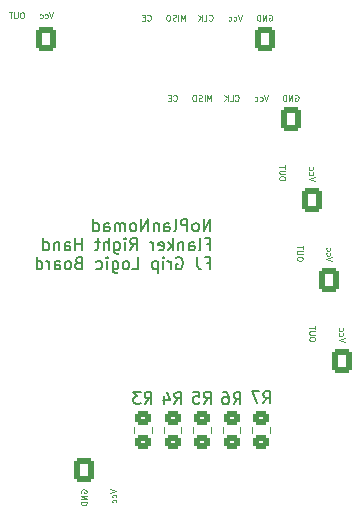
<source format=gbo>
%TF.GenerationSoftware,KiCad,Pcbnew,7.0.9*%
%TF.CreationDate,2023-12-16T21:13:00+01:00*%
%TF.ProjectId,RH_GripLogicBoard_FreeJoy,52485f47-7269-4704-9c6f-676963426f61,rev?*%
%TF.SameCoordinates,Original*%
%TF.FileFunction,Legend,Bot*%
%TF.FilePolarity,Positive*%
%FSLAX46Y46*%
G04 Gerber Fmt 4.6, Leading zero omitted, Abs format (unit mm)*
G04 Created by KiCad (PCBNEW 7.0.9) date 2023-12-16 21:13:00*
%MOMM*%
%LPD*%
G01*
G04 APERTURE LIST*
G04 Aperture macros list*
%AMRoundRect*
0 Rectangle with rounded corners*
0 $1 Rounding radius*
0 $2 $3 $4 $5 $6 $7 $8 $9 X,Y pos of 4 corners*
0 Add a 4 corners polygon primitive as box body*
4,1,4,$2,$3,$4,$5,$6,$7,$8,$9,$2,$3,0*
0 Add four circle primitives for the rounded corners*
1,1,$1+$1,$2,$3*
1,1,$1+$1,$4,$5*
1,1,$1+$1,$6,$7*
1,1,$1+$1,$8,$9*
0 Add four rect primitives between the rounded corners*
20,1,$1+$1,$2,$3,$4,$5,0*
20,1,$1+$1,$4,$5,$6,$7,0*
20,1,$1+$1,$6,$7,$8,$9,0*
20,1,$1+$1,$8,$9,$2,$3,0*%
G04 Aperture macros list end*
%ADD10C,0.150000*%
%ADD11C,0.075000*%
%ADD12C,0.100000*%
%ADD13C,0.120000*%
%ADD14RoundRect,0.250000X-0.600000X-0.725000X0.600000X-0.725000X0.600000X0.725000X-0.600000X0.725000X0*%
%ADD15O,1.700000X1.950000*%
%ADD16RoundRect,0.250000X0.600000X0.725000X-0.600000X0.725000X-0.600000X-0.725000X0.600000X-0.725000X0*%
%ADD17C,2.200000*%
%ADD18RoundRect,0.250000X0.600000X0.750000X-0.600000X0.750000X-0.600000X-0.750000X0.600000X-0.750000X0*%
%ADD19O,1.700000X2.000000*%
%ADD20RoundRect,0.250000X0.450000X-0.350000X0.450000X0.350000X-0.450000X0.350000X-0.450000X-0.350000X0*%
G04 APERTURE END LIST*
D10*
X44603220Y-35289819D02*
X44603220Y-34289819D01*
X44603220Y-34289819D02*
X44031792Y-35289819D01*
X44031792Y-35289819D02*
X44031792Y-34289819D01*
X43412744Y-35289819D02*
X43507982Y-35242200D01*
X43507982Y-35242200D02*
X43555601Y-35194580D01*
X43555601Y-35194580D02*
X43603220Y-35099342D01*
X43603220Y-35099342D02*
X43603220Y-34813628D01*
X43603220Y-34813628D02*
X43555601Y-34718390D01*
X43555601Y-34718390D02*
X43507982Y-34670771D01*
X43507982Y-34670771D02*
X43412744Y-34623152D01*
X43412744Y-34623152D02*
X43269887Y-34623152D01*
X43269887Y-34623152D02*
X43174649Y-34670771D01*
X43174649Y-34670771D02*
X43127030Y-34718390D01*
X43127030Y-34718390D02*
X43079411Y-34813628D01*
X43079411Y-34813628D02*
X43079411Y-35099342D01*
X43079411Y-35099342D02*
X43127030Y-35194580D01*
X43127030Y-35194580D02*
X43174649Y-35242200D01*
X43174649Y-35242200D02*
X43269887Y-35289819D01*
X43269887Y-35289819D02*
X43412744Y-35289819D01*
X42650839Y-35289819D02*
X42650839Y-34289819D01*
X42650839Y-34289819D02*
X42269887Y-34289819D01*
X42269887Y-34289819D02*
X42174649Y-34337438D01*
X42174649Y-34337438D02*
X42127030Y-34385057D01*
X42127030Y-34385057D02*
X42079411Y-34480295D01*
X42079411Y-34480295D02*
X42079411Y-34623152D01*
X42079411Y-34623152D02*
X42127030Y-34718390D01*
X42127030Y-34718390D02*
X42174649Y-34766009D01*
X42174649Y-34766009D02*
X42269887Y-34813628D01*
X42269887Y-34813628D02*
X42650839Y-34813628D01*
X41507982Y-35289819D02*
X41603220Y-35242200D01*
X41603220Y-35242200D02*
X41650839Y-35146961D01*
X41650839Y-35146961D02*
X41650839Y-34289819D01*
X40698458Y-35289819D02*
X40698458Y-34766009D01*
X40698458Y-34766009D02*
X40746077Y-34670771D01*
X40746077Y-34670771D02*
X40841315Y-34623152D01*
X40841315Y-34623152D02*
X41031791Y-34623152D01*
X41031791Y-34623152D02*
X41127029Y-34670771D01*
X40698458Y-35242200D02*
X40793696Y-35289819D01*
X40793696Y-35289819D02*
X41031791Y-35289819D01*
X41031791Y-35289819D02*
X41127029Y-35242200D01*
X41127029Y-35242200D02*
X41174648Y-35146961D01*
X41174648Y-35146961D02*
X41174648Y-35051723D01*
X41174648Y-35051723D02*
X41127029Y-34956485D01*
X41127029Y-34956485D02*
X41031791Y-34908866D01*
X41031791Y-34908866D02*
X40793696Y-34908866D01*
X40793696Y-34908866D02*
X40698458Y-34861247D01*
X40222267Y-34623152D02*
X40222267Y-35289819D01*
X40222267Y-34718390D02*
X40174648Y-34670771D01*
X40174648Y-34670771D02*
X40079410Y-34623152D01*
X40079410Y-34623152D02*
X39936553Y-34623152D01*
X39936553Y-34623152D02*
X39841315Y-34670771D01*
X39841315Y-34670771D02*
X39793696Y-34766009D01*
X39793696Y-34766009D02*
X39793696Y-35289819D01*
X39317505Y-35289819D02*
X39317505Y-34289819D01*
X39317505Y-34289819D02*
X38746077Y-35289819D01*
X38746077Y-35289819D02*
X38746077Y-34289819D01*
X38127029Y-35289819D02*
X38222267Y-35242200D01*
X38222267Y-35242200D02*
X38269886Y-35194580D01*
X38269886Y-35194580D02*
X38317505Y-35099342D01*
X38317505Y-35099342D02*
X38317505Y-34813628D01*
X38317505Y-34813628D02*
X38269886Y-34718390D01*
X38269886Y-34718390D02*
X38222267Y-34670771D01*
X38222267Y-34670771D02*
X38127029Y-34623152D01*
X38127029Y-34623152D02*
X37984172Y-34623152D01*
X37984172Y-34623152D02*
X37888934Y-34670771D01*
X37888934Y-34670771D02*
X37841315Y-34718390D01*
X37841315Y-34718390D02*
X37793696Y-34813628D01*
X37793696Y-34813628D02*
X37793696Y-35099342D01*
X37793696Y-35099342D02*
X37841315Y-35194580D01*
X37841315Y-35194580D02*
X37888934Y-35242200D01*
X37888934Y-35242200D02*
X37984172Y-35289819D01*
X37984172Y-35289819D02*
X38127029Y-35289819D01*
X37365124Y-35289819D02*
X37365124Y-34623152D01*
X37365124Y-34718390D02*
X37317505Y-34670771D01*
X37317505Y-34670771D02*
X37222267Y-34623152D01*
X37222267Y-34623152D02*
X37079410Y-34623152D01*
X37079410Y-34623152D02*
X36984172Y-34670771D01*
X36984172Y-34670771D02*
X36936553Y-34766009D01*
X36936553Y-34766009D02*
X36936553Y-35289819D01*
X36936553Y-34766009D02*
X36888934Y-34670771D01*
X36888934Y-34670771D02*
X36793696Y-34623152D01*
X36793696Y-34623152D02*
X36650839Y-34623152D01*
X36650839Y-34623152D02*
X36555600Y-34670771D01*
X36555600Y-34670771D02*
X36507981Y-34766009D01*
X36507981Y-34766009D02*
X36507981Y-35289819D01*
X35603220Y-35289819D02*
X35603220Y-34766009D01*
X35603220Y-34766009D02*
X35650839Y-34670771D01*
X35650839Y-34670771D02*
X35746077Y-34623152D01*
X35746077Y-34623152D02*
X35936553Y-34623152D01*
X35936553Y-34623152D02*
X36031791Y-34670771D01*
X35603220Y-35242200D02*
X35698458Y-35289819D01*
X35698458Y-35289819D02*
X35936553Y-35289819D01*
X35936553Y-35289819D02*
X36031791Y-35242200D01*
X36031791Y-35242200D02*
X36079410Y-35146961D01*
X36079410Y-35146961D02*
X36079410Y-35051723D01*
X36079410Y-35051723D02*
X36031791Y-34956485D01*
X36031791Y-34956485D02*
X35936553Y-34908866D01*
X35936553Y-34908866D02*
X35698458Y-34908866D01*
X35698458Y-34908866D02*
X35603220Y-34861247D01*
X34698458Y-35289819D02*
X34698458Y-34289819D01*
X34698458Y-35242200D02*
X34793696Y-35289819D01*
X34793696Y-35289819D02*
X34984172Y-35289819D01*
X34984172Y-35289819D02*
X35079410Y-35242200D01*
X35079410Y-35242200D02*
X35127029Y-35194580D01*
X35127029Y-35194580D02*
X35174648Y-35099342D01*
X35174648Y-35099342D02*
X35174648Y-34813628D01*
X35174648Y-34813628D02*
X35127029Y-34718390D01*
X35127029Y-34718390D02*
X35079410Y-34670771D01*
X35079410Y-34670771D02*
X34984172Y-34623152D01*
X34984172Y-34623152D02*
X34793696Y-34623152D01*
X34793696Y-34623152D02*
X34698458Y-34670771D01*
X44269887Y-36376009D02*
X44603220Y-36376009D01*
X44603220Y-36899819D02*
X44603220Y-35899819D01*
X44603220Y-35899819D02*
X44127030Y-35899819D01*
X43603220Y-36899819D02*
X43698458Y-36852200D01*
X43698458Y-36852200D02*
X43746077Y-36756961D01*
X43746077Y-36756961D02*
X43746077Y-35899819D01*
X42793696Y-36899819D02*
X42793696Y-36376009D01*
X42793696Y-36376009D02*
X42841315Y-36280771D01*
X42841315Y-36280771D02*
X42936553Y-36233152D01*
X42936553Y-36233152D02*
X43127029Y-36233152D01*
X43127029Y-36233152D02*
X43222267Y-36280771D01*
X42793696Y-36852200D02*
X42888934Y-36899819D01*
X42888934Y-36899819D02*
X43127029Y-36899819D01*
X43127029Y-36899819D02*
X43222267Y-36852200D01*
X43222267Y-36852200D02*
X43269886Y-36756961D01*
X43269886Y-36756961D02*
X43269886Y-36661723D01*
X43269886Y-36661723D02*
X43222267Y-36566485D01*
X43222267Y-36566485D02*
X43127029Y-36518866D01*
X43127029Y-36518866D02*
X42888934Y-36518866D01*
X42888934Y-36518866D02*
X42793696Y-36471247D01*
X42317505Y-36233152D02*
X42317505Y-36899819D01*
X42317505Y-36328390D02*
X42269886Y-36280771D01*
X42269886Y-36280771D02*
X42174648Y-36233152D01*
X42174648Y-36233152D02*
X42031791Y-36233152D01*
X42031791Y-36233152D02*
X41936553Y-36280771D01*
X41936553Y-36280771D02*
X41888934Y-36376009D01*
X41888934Y-36376009D02*
X41888934Y-36899819D01*
X41412743Y-36899819D02*
X41412743Y-35899819D01*
X41317505Y-36518866D02*
X41031791Y-36899819D01*
X41031791Y-36233152D02*
X41412743Y-36614104D01*
X40222267Y-36852200D02*
X40317505Y-36899819D01*
X40317505Y-36899819D02*
X40507981Y-36899819D01*
X40507981Y-36899819D02*
X40603219Y-36852200D01*
X40603219Y-36852200D02*
X40650838Y-36756961D01*
X40650838Y-36756961D02*
X40650838Y-36376009D01*
X40650838Y-36376009D02*
X40603219Y-36280771D01*
X40603219Y-36280771D02*
X40507981Y-36233152D01*
X40507981Y-36233152D02*
X40317505Y-36233152D01*
X40317505Y-36233152D02*
X40222267Y-36280771D01*
X40222267Y-36280771D02*
X40174648Y-36376009D01*
X40174648Y-36376009D02*
X40174648Y-36471247D01*
X40174648Y-36471247D02*
X40650838Y-36566485D01*
X39746076Y-36899819D02*
X39746076Y-36233152D01*
X39746076Y-36423628D02*
X39698457Y-36328390D01*
X39698457Y-36328390D02*
X39650838Y-36280771D01*
X39650838Y-36280771D02*
X39555600Y-36233152D01*
X39555600Y-36233152D02*
X39460362Y-36233152D01*
X37793695Y-36899819D02*
X38127028Y-36423628D01*
X38365123Y-36899819D02*
X38365123Y-35899819D01*
X38365123Y-35899819D02*
X37984171Y-35899819D01*
X37984171Y-35899819D02*
X37888933Y-35947438D01*
X37888933Y-35947438D02*
X37841314Y-35995057D01*
X37841314Y-35995057D02*
X37793695Y-36090295D01*
X37793695Y-36090295D02*
X37793695Y-36233152D01*
X37793695Y-36233152D02*
X37841314Y-36328390D01*
X37841314Y-36328390D02*
X37888933Y-36376009D01*
X37888933Y-36376009D02*
X37984171Y-36423628D01*
X37984171Y-36423628D02*
X38365123Y-36423628D01*
X37365123Y-36899819D02*
X37365123Y-36233152D01*
X37365123Y-35899819D02*
X37412742Y-35947438D01*
X37412742Y-35947438D02*
X37365123Y-35995057D01*
X37365123Y-35995057D02*
X37317504Y-35947438D01*
X37317504Y-35947438D02*
X37365123Y-35899819D01*
X37365123Y-35899819D02*
X37365123Y-35995057D01*
X36460362Y-36233152D02*
X36460362Y-37042676D01*
X36460362Y-37042676D02*
X36507981Y-37137914D01*
X36507981Y-37137914D02*
X36555600Y-37185533D01*
X36555600Y-37185533D02*
X36650838Y-37233152D01*
X36650838Y-37233152D02*
X36793695Y-37233152D01*
X36793695Y-37233152D02*
X36888933Y-37185533D01*
X36460362Y-36852200D02*
X36555600Y-36899819D01*
X36555600Y-36899819D02*
X36746076Y-36899819D01*
X36746076Y-36899819D02*
X36841314Y-36852200D01*
X36841314Y-36852200D02*
X36888933Y-36804580D01*
X36888933Y-36804580D02*
X36936552Y-36709342D01*
X36936552Y-36709342D02*
X36936552Y-36423628D01*
X36936552Y-36423628D02*
X36888933Y-36328390D01*
X36888933Y-36328390D02*
X36841314Y-36280771D01*
X36841314Y-36280771D02*
X36746076Y-36233152D01*
X36746076Y-36233152D02*
X36555600Y-36233152D01*
X36555600Y-36233152D02*
X36460362Y-36280771D01*
X35984171Y-36899819D02*
X35984171Y-35899819D01*
X35555600Y-36899819D02*
X35555600Y-36376009D01*
X35555600Y-36376009D02*
X35603219Y-36280771D01*
X35603219Y-36280771D02*
X35698457Y-36233152D01*
X35698457Y-36233152D02*
X35841314Y-36233152D01*
X35841314Y-36233152D02*
X35936552Y-36280771D01*
X35936552Y-36280771D02*
X35984171Y-36328390D01*
X35222266Y-36233152D02*
X34841314Y-36233152D01*
X35079409Y-35899819D02*
X35079409Y-36756961D01*
X35079409Y-36756961D02*
X35031790Y-36852200D01*
X35031790Y-36852200D02*
X34936552Y-36899819D01*
X34936552Y-36899819D02*
X34841314Y-36899819D01*
X33746075Y-36899819D02*
X33746075Y-35899819D01*
X33746075Y-36376009D02*
X33174647Y-36376009D01*
X33174647Y-36899819D02*
X33174647Y-35899819D01*
X32269885Y-36899819D02*
X32269885Y-36376009D01*
X32269885Y-36376009D02*
X32317504Y-36280771D01*
X32317504Y-36280771D02*
X32412742Y-36233152D01*
X32412742Y-36233152D02*
X32603218Y-36233152D01*
X32603218Y-36233152D02*
X32698456Y-36280771D01*
X32269885Y-36852200D02*
X32365123Y-36899819D01*
X32365123Y-36899819D02*
X32603218Y-36899819D01*
X32603218Y-36899819D02*
X32698456Y-36852200D01*
X32698456Y-36852200D02*
X32746075Y-36756961D01*
X32746075Y-36756961D02*
X32746075Y-36661723D01*
X32746075Y-36661723D02*
X32698456Y-36566485D01*
X32698456Y-36566485D02*
X32603218Y-36518866D01*
X32603218Y-36518866D02*
X32365123Y-36518866D01*
X32365123Y-36518866D02*
X32269885Y-36471247D01*
X31793694Y-36233152D02*
X31793694Y-36899819D01*
X31793694Y-36328390D02*
X31746075Y-36280771D01*
X31746075Y-36280771D02*
X31650837Y-36233152D01*
X31650837Y-36233152D02*
X31507980Y-36233152D01*
X31507980Y-36233152D02*
X31412742Y-36280771D01*
X31412742Y-36280771D02*
X31365123Y-36376009D01*
X31365123Y-36376009D02*
X31365123Y-36899819D01*
X30460361Y-36899819D02*
X30460361Y-35899819D01*
X30460361Y-36852200D02*
X30555599Y-36899819D01*
X30555599Y-36899819D02*
X30746075Y-36899819D01*
X30746075Y-36899819D02*
X30841313Y-36852200D01*
X30841313Y-36852200D02*
X30888932Y-36804580D01*
X30888932Y-36804580D02*
X30936551Y-36709342D01*
X30936551Y-36709342D02*
X30936551Y-36423628D01*
X30936551Y-36423628D02*
X30888932Y-36328390D01*
X30888932Y-36328390D02*
X30841313Y-36280771D01*
X30841313Y-36280771D02*
X30746075Y-36233152D01*
X30746075Y-36233152D02*
X30555599Y-36233152D01*
X30555599Y-36233152D02*
X30460361Y-36280771D01*
X44269887Y-37986009D02*
X44603220Y-37986009D01*
X44603220Y-38509819D02*
X44603220Y-37509819D01*
X44603220Y-37509819D02*
X44127030Y-37509819D01*
X43460363Y-37509819D02*
X43460363Y-38224104D01*
X43460363Y-38224104D02*
X43507982Y-38366961D01*
X43507982Y-38366961D02*
X43603220Y-38462200D01*
X43603220Y-38462200D02*
X43746077Y-38509819D01*
X43746077Y-38509819D02*
X43841315Y-38509819D01*
X41698458Y-37557438D02*
X41793696Y-37509819D01*
X41793696Y-37509819D02*
X41936553Y-37509819D01*
X41936553Y-37509819D02*
X42079410Y-37557438D01*
X42079410Y-37557438D02*
X42174648Y-37652676D01*
X42174648Y-37652676D02*
X42222267Y-37747914D01*
X42222267Y-37747914D02*
X42269886Y-37938390D01*
X42269886Y-37938390D02*
X42269886Y-38081247D01*
X42269886Y-38081247D02*
X42222267Y-38271723D01*
X42222267Y-38271723D02*
X42174648Y-38366961D01*
X42174648Y-38366961D02*
X42079410Y-38462200D01*
X42079410Y-38462200D02*
X41936553Y-38509819D01*
X41936553Y-38509819D02*
X41841315Y-38509819D01*
X41841315Y-38509819D02*
X41698458Y-38462200D01*
X41698458Y-38462200D02*
X41650839Y-38414580D01*
X41650839Y-38414580D02*
X41650839Y-38081247D01*
X41650839Y-38081247D02*
X41841315Y-38081247D01*
X41222267Y-38509819D02*
X41222267Y-37843152D01*
X41222267Y-38033628D02*
X41174648Y-37938390D01*
X41174648Y-37938390D02*
X41127029Y-37890771D01*
X41127029Y-37890771D02*
X41031791Y-37843152D01*
X41031791Y-37843152D02*
X40936553Y-37843152D01*
X40603219Y-38509819D02*
X40603219Y-37843152D01*
X40603219Y-37509819D02*
X40650838Y-37557438D01*
X40650838Y-37557438D02*
X40603219Y-37605057D01*
X40603219Y-37605057D02*
X40555600Y-37557438D01*
X40555600Y-37557438D02*
X40603219Y-37509819D01*
X40603219Y-37509819D02*
X40603219Y-37605057D01*
X40127029Y-37843152D02*
X40127029Y-38843152D01*
X40127029Y-37890771D02*
X40031791Y-37843152D01*
X40031791Y-37843152D02*
X39841315Y-37843152D01*
X39841315Y-37843152D02*
X39746077Y-37890771D01*
X39746077Y-37890771D02*
X39698458Y-37938390D01*
X39698458Y-37938390D02*
X39650839Y-38033628D01*
X39650839Y-38033628D02*
X39650839Y-38319342D01*
X39650839Y-38319342D02*
X39698458Y-38414580D01*
X39698458Y-38414580D02*
X39746077Y-38462200D01*
X39746077Y-38462200D02*
X39841315Y-38509819D01*
X39841315Y-38509819D02*
X40031791Y-38509819D01*
X40031791Y-38509819D02*
X40127029Y-38462200D01*
X37984172Y-38509819D02*
X38460362Y-38509819D01*
X38460362Y-38509819D02*
X38460362Y-37509819D01*
X37507981Y-38509819D02*
X37603219Y-38462200D01*
X37603219Y-38462200D02*
X37650838Y-38414580D01*
X37650838Y-38414580D02*
X37698457Y-38319342D01*
X37698457Y-38319342D02*
X37698457Y-38033628D01*
X37698457Y-38033628D02*
X37650838Y-37938390D01*
X37650838Y-37938390D02*
X37603219Y-37890771D01*
X37603219Y-37890771D02*
X37507981Y-37843152D01*
X37507981Y-37843152D02*
X37365124Y-37843152D01*
X37365124Y-37843152D02*
X37269886Y-37890771D01*
X37269886Y-37890771D02*
X37222267Y-37938390D01*
X37222267Y-37938390D02*
X37174648Y-38033628D01*
X37174648Y-38033628D02*
X37174648Y-38319342D01*
X37174648Y-38319342D02*
X37222267Y-38414580D01*
X37222267Y-38414580D02*
X37269886Y-38462200D01*
X37269886Y-38462200D02*
X37365124Y-38509819D01*
X37365124Y-38509819D02*
X37507981Y-38509819D01*
X36317505Y-37843152D02*
X36317505Y-38652676D01*
X36317505Y-38652676D02*
X36365124Y-38747914D01*
X36365124Y-38747914D02*
X36412743Y-38795533D01*
X36412743Y-38795533D02*
X36507981Y-38843152D01*
X36507981Y-38843152D02*
X36650838Y-38843152D01*
X36650838Y-38843152D02*
X36746076Y-38795533D01*
X36317505Y-38462200D02*
X36412743Y-38509819D01*
X36412743Y-38509819D02*
X36603219Y-38509819D01*
X36603219Y-38509819D02*
X36698457Y-38462200D01*
X36698457Y-38462200D02*
X36746076Y-38414580D01*
X36746076Y-38414580D02*
X36793695Y-38319342D01*
X36793695Y-38319342D02*
X36793695Y-38033628D01*
X36793695Y-38033628D02*
X36746076Y-37938390D01*
X36746076Y-37938390D02*
X36698457Y-37890771D01*
X36698457Y-37890771D02*
X36603219Y-37843152D01*
X36603219Y-37843152D02*
X36412743Y-37843152D01*
X36412743Y-37843152D02*
X36317505Y-37890771D01*
X35841314Y-38509819D02*
X35841314Y-37843152D01*
X35841314Y-37509819D02*
X35888933Y-37557438D01*
X35888933Y-37557438D02*
X35841314Y-37605057D01*
X35841314Y-37605057D02*
X35793695Y-37557438D01*
X35793695Y-37557438D02*
X35841314Y-37509819D01*
X35841314Y-37509819D02*
X35841314Y-37605057D01*
X34936553Y-38462200D02*
X35031791Y-38509819D01*
X35031791Y-38509819D02*
X35222267Y-38509819D01*
X35222267Y-38509819D02*
X35317505Y-38462200D01*
X35317505Y-38462200D02*
X35365124Y-38414580D01*
X35365124Y-38414580D02*
X35412743Y-38319342D01*
X35412743Y-38319342D02*
X35412743Y-38033628D01*
X35412743Y-38033628D02*
X35365124Y-37938390D01*
X35365124Y-37938390D02*
X35317505Y-37890771D01*
X35317505Y-37890771D02*
X35222267Y-37843152D01*
X35222267Y-37843152D02*
X35031791Y-37843152D01*
X35031791Y-37843152D02*
X34936553Y-37890771D01*
X33412743Y-37986009D02*
X33269886Y-38033628D01*
X33269886Y-38033628D02*
X33222267Y-38081247D01*
X33222267Y-38081247D02*
X33174648Y-38176485D01*
X33174648Y-38176485D02*
X33174648Y-38319342D01*
X33174648Y-38319342D02*
X33222267Y-38414580D01*
X33222267Y-38414580D02*
X33269886Y-38462200D01*
X33269886Y-38462200D02*
X33365124Y-38509819D01*
X33365124Y-38509819D02*
X33746076Y-38509819D01*
X33746076Y-38509819D02*
X33746076Y-37509819D01*
X33746076Y-37509819D02*
X33412743Y-37509819D01*
X33412743Y-37509819D02*
X33317505Y-37557438D01*
X33317505Y-37557438D02*
X33269886Y-37605057D01*
X33269886Y-37605057D02*
X33222267Y-37700295D01*
X33222267Y-37700295D02*
X33222267Y-37795533D01*
X33222267Y-37795533D02*
X33269886Y-37890771D01*
X33269886Y-37890771D02*
X33317505Y-37938390D01*
X33317505Y-37938390D02*
X33412743Y-37986009D01*
X33412743Y-37986009D02*
X33746076Y-37986009D01*
X32603219Y-38509819D02*
X32698457Y-38462200D01*
X32698457Y-38462200D02*
X32746076Y-38414580D01*
X32746076Y-38414580D02*
X32793695Y-38319342D01*
X32793695Y-38319342D02*
X32793695Y-38033628D01*
X32793695Y-38033628D02*
X32746076Y-37938390D01*
X32746076Y-37938390D02*
X32698457Y-37890771D01*
X32698457Y-37890771D02*
X32603219Y-37843152D01*
X32603219Y-37843152D02*
X32460362Y-37843152D01*
X32460362Y-37843152D02*
X32365124Y-37890771D01*
X32365124Y-37890771D02*
X32317505Y-37938390D01*
X32317505Y-37938390D02*
X32269886Y-38033628D01*
X32269886Y-38033628D02*
X32269886Y-38319342D01*
X32269886Y-38319342D02*
X32317505Y-38414580D01*
X32317505Y-38414580D02*
X32365124Y-38462200D01*
X32365124Y-38462200D02*
X32460362Y-38509819D01*
X32460362Y-38509819D02*
X32603219Y-38509819D01*
X31412743Y-38509819D02*
X31412743Y-37986009D01*
X31412743Y-37986009D02*
X31460362Y-37890771D01*
X31460362Y-37890771D02*
X31555600Y-37843152D01*
X31555600Y-37843152D02*
X31746076Y-37843152D01*
X31746076Y-37843152D02*
X31841314Y-37890771D01*
X31412743Y-38462200D02*
X31507981Y-38509819D01*
X31507981Y-38509819D02*
X31746076Y-38509819D01*
X31746076Y-38509819D02*
X31841314Y-38462200D01*
X31841314Y-38462200D02*
X31888933Y-38366961D01*
X31888933Y-38366961D02*
X31888933Y-38271723D01*
X31888933Y-38271723D02*
X31841314Y-38176485D01*
X31841314Y-38176485D02*
X31746076Y-38128866D01*
X31746076Y-38128866D02*
X31507981Y-38128866D01*
X31507981Y-38128866D02*
X31412743Y-38081247D01*
X30936552Y-38509819D02*
X30936552Y-37843152D01*
X30936552Y-38033628D02*
X30888933Y-37938390D01*
X30888933Y-37938390D02*
X30841314Y-37890771D01*
X30841314Y-37890771D02*
X30746076Y-37843152D01*
X30746076Y-37843152D02*
X30650838Y-37843152D01*
X29888933Y-38509819D02*
X29888933Y-37509819D01*
X29888933Y-38462200D02*
X29984171Y-38509819D01*
X29984171Y-38509819D02*
X30174647Y-38509819D01*
X30174647Y-38509819D02*
X30269885Y-38462200D01*
X30269885Y-38462200D02*
X30317504Y-38414580D01*
X30317504Y-38414580D02*
X30365123Y-38319342D01*
X30365123Y-38319342D02*
X30365123Y-38033628D01*
X30365123Y-38033628D02*
X30317504Y-37938390D01*
X30317504Y-37938390D02*
X30269885Y-37890771D01*
X30269885Y-37890771D02*
X30174647Y-37843152D01*
X30174647Y-37843152D02*
X29984171Y-37843152D01*
X29984171Y-37843152D02*
X29888933Y-37890771D01*
D11*
X33641219Y-57450294D02*
X33617409Y-57402675D01*
X33617409Y-57402675D02*
X33617409Y-57331246D01*
X33617409Y-57331246D02*
X33641219Y-57259818D01*
X33641219Y-57259818D02*
X33688838Y-57212199D01*
X33688838Y-57212199D02*
X33736457Y-57188389D01*
X33736457Y-57188389D02*
X33831695Y-57164580D01*
X33831695Y-57164580D02*
X33903123Y-57164580D01*
X33903123Y-57164580D02*
X33998361Y-57188389D01*
X33998361Y-57188389D02*
X34045980Y-57212199D01*
X34045980Y-57212199D02*
X34093600Y-57259818D01*
X34093600Y-57259818D02*
X34117409Y-57331246D01*
X34117409Y-57331246D02*
X34117409Y-57378865D01*
X34117409Y-57378865D02*
X34093600Y-57450294D01*
X34093600Y-57450294D02*
X34069790Y-57474103D01*
X34069790Y-57474103D02*
X33903123Y-57474103D01*
X33903123Y-57474103D02*
X33903123Y-57378865D01*
X34117409Y-57688389D02*
X33617409Y-57688389D01*
X33617409Y-57688389D02*
X34117409Y-57974103D01*
X34117409Y-57974103D02*
X33617409Y-57974103D01*
X34117409Y-58212199D02*
X33617409Y-58212199D01*
X33617409Y-58212199D02*
X33617409Y-58331247D01*
X33617409Y-58331247D02*
X33641219Y-58402675D01*
X33641219Y-58402675D02*
X33688838Y-58450294D01*
X33688838Y-58450294D02*
X33736457Y-58474104D01*
X33736457Y-58474104D02*
X33831695Y-58497913D01*
X33831695Y-58497913D02*
X33903123Y-58497913D01*
X33903123Y-58497913D02*
X33998361Y-58474104D01*
X33998361Y-58474104D02*
X34045980Y-58450294D01*
X34045980Y-58450294D02*
X34093600Y-58402675D01*
X34093600Y-58402675D02*
X34117409Y-58331247D01*
X34117409Y-58331247D02*
X34117409Y-58212199D01*
X36117409Y-57116961D02*
X36617409Y-57283627D01*
X36617409Y-57283627D02*
X36117409Y-57450294D01*
X36593600Y-57831246D02*
X36617409Y-57783627D01*
X36617409Y-57783627D02*
X36617409Y-57688389D01*
X36617409Y-57688389D02*
X36593600Y-57640770D01*
X36593600Y-57640770D02*
X36569790Y-57616960D01*
X36569790Y-57616960D02*
X36522171Y-57593151D01*
X36522171Y-57593151D02*
X36379314Y-57593151D01*
X36379314Y-57593151D02*
X36331695Y-57616960D01*
X36331695Y-57616960D02*
X36307885Y-57640770D01*
X36307885Y-57640770D02*
X36284076Y-57688389D01*
X36284076Y-57688389D02*
X36284076Y-57783627D01*
X36284076Y-57783627D02*
X36307885Y-57831246D01*
X36593600Y-58259817D02*
X36617409Y-58212198D01*
X36617409Y-58212198D02*
X36617409Y-58116960D01*
X36617409Y-58116960D02*
X36593600Y-58069341D01*
X36593600Y-58069341D02*
X36569790Y-58045531D01*
X36569790Y-58045531D02*
X36522171Y-58021722D01*
X36522171Y-58021722D02*
X36379314Y-58021722D01*
X36379314Y-58021722D02*
X36331695Y-58045531D01*
X36331695Y-58045531D02*
X36307885Y-58069341D01*
X36307885Y-58069341D02*
X36284076Y-58116960D01*
X36284076Y-58116960D02*
X36284076Y-58212198D01*
X36284076Y-58212198D02*
X36307885Y-58259817D01*
X41461428Y-24217290D02*
X41485237Y-24241100D01*
X41485237Y-24241100D02*
X41556666Y-24264909D01*
X41556666Y-24264909D02*
X41604285Y-24264909D01*
X41604285Y-24264909D02*
X41675713Y-24241100D01*
X41675713Y-24241100D02*
X41723332Y-24193480D01*
X41723332Y-24193480D02*
X41747142Y-24145861D01*
X41747142Y-24145861D02*
X41770951Y-24050623D01*
X41770951Y-24050623D02*
X41770951Y-23979195D01*
X41770951Y-23979195D02*
X41747142Y-23883957D01*
X41747142Y-23883957D02*
X41723332Y-23836338D01*
X41723332Y-23836338D02*
X41675713Y-23788719D01*
X41675713Y-23788719D02*
X41604285Y-23764909D01*
X41604285Y-23764909D02*
X41556666Y-23764909D01*
X41556666Y-23764909D02*
X41485237Y-23788719D01*
X41485237Y-23788719D02*
X41461428Y-23812528D01*
X41247142Y-24003004D02*
X41080475Y-24003004D01*
X41009047Y-24264909D02*
X41247142Y-24264909D01*
X41247142Y-24264909D02*
X41247142Y-23764909D01*
X41247142Y-23764909D02*
X41009047Y-23764909D01*
X51770952Y-23788719D02*
X51818571Y-23764909D01*
X51818571Y-23764909D02*
X51890000Y-23764909D01*
X51890000Y-23764909D02*
X51961428Y-23788719D01*
X51961428Y-23788719D02*
X52009047Y-23836338D01*
X52009047Y-23836338D02*
X52032857Y-23883957D01*
X52032857Y-23883957D02*
X52056666Y-23979195D01*
X52056666Y-23979195D02*
X52056666Y-24050623D01*
X52056666Y-24050623D02*
X52032857Y-24145861D01*
X52032857Y-24145861D02*
X52009047Y-24193480D01*
X52009047Y-24193480D02*
X51961428Y-24241100D01*
X51961428Y-24241100D02*
X51890000Y-24264909D01*
X51890000Y-24264909D02*
X51842381Y-24264909D01*
X51842381Y-24264909D02*
X51770952Y-24241100D01*
X51770952Y-24241100D02*
X51747143Y-24217290D01*
X51747143Y-24217290D02*
X51747143Y-24050623D01*
X51747143Y-24050623D02*
X51842381Y-24050623D01*
X51532857Y-24264909D02*
X51532857Y-23764909D01*
X51532857Y-23764909D02*
X51247143Y-24264909D01*
X51247143Y-24264909D02*
X51247143Y-23764909D01*
X51009047Y-24264909D02*
X51009047Y-23764909D01*
X51009047Y-23764909D02*
X50889999Y-23764909D01*
X50889999Y-23764909D02*
X50818571Y-23788719D01*
X50818571Y-23788719D02*
X50770952Y-23836338D01*
X50770952Y-23836338D02*
X50747142Y-23883957D01*
X50747142Y-23883957D02*
X50723333Y-23979195D01*
X50723333Y-23979195D02*
X50723333Y-24050623D01*
X50723333Y-24050623D02*
X50747142Y-24145861D01*
X50747142Y-24145861D02*
X50770952Y-24193480D01*
X50770952Y-24193480D02*
X50818571Y-24241100D01*
X50818571Y-24241100D02*
X50889999Y-24264909D01*
X50889999Y-24264909D02*
X51009047Y-24264909D01*
X46687619Y-24217290D02*
X46711428Y-24241100D01*
X46711428Y-24241100D02*
X46782857Y-24264909D01*
X46782857Y-24264909D02*
X46830476Y-24264909D01*
X46830476Y-24264909D02*
X46901904Y-24241100D01*
X46901904Y-24241100D02*
X46949523Y-24193480D01*
X46949523Y-24193480D02*
X46973333Y-24145861D01*
X46973333Y-24145861D02*
X46997142Y-24050623D01*
X46997142Y-24050623D02*
X46997142Y-23979195D01*
X46997142Y-23979195D02*
X46973333Y-23883957D01*
X46973333Y-23883957D02*
X46949523Y-23836338D01*
X46949523Y-23836338D02*
X46901904Y-23788719D01*
X46901904Y-23788719D02*
X46830476Y-23764909D01*
X46830476Y-23764909D02*
X46782857Y-23764909D01*
X46782857Y-23764909D02*
X46711428Y-23788719D01*
X46711428Y-23788719D02*
X46687619Y-23812528D01*
X46235238Y-24264909D02*
X46473333Y-24264909D01*
X46473333Y-24264909D02*
X46473333Y-23764909D01*
X46068571Y-24264909D02*
X46068571Y-23764909D01*
X45782857Y-24264909D02*
X45997142Y-23979195D01*
X45782857Y-23764909D02*
X46068571Y-24050623D01*
X44675714Y-24264909D02*
X44675714Y-23764909D01*
X44675714Y-23764909D02*
X44509047Y-24122052D01*
X44509047Y-24122052D02*
X44342381Y-23764909D01*
X44342381Y-23764909D02*
X44342381Y-24264909D01*
X44104285Y-24264909D02*
X44104285Y-23764909D01*
X43889999Y-24241100D02*
X43818571Y-24264909D01*
X43818571Y-24264909D02*
X43699523Y-24264909D01*
X43699523Y-24264909D02*
X43651904Y-24241100D01*
X43651904Y-24241100D02*
X43628095Y-24217290D01*
X43628095Y-24217290D02*
X43604285Y-24169671D01*
X43604285Y-24169671D02*
X43604285Y-24122052D01*
X43604285Y-24122052D02*
X43628095Y-24074433D01*
X43628095Y-24074433D02*
X43651904Y-24050623D01*
X43651904Y-24050623D02*
X43699523Y-24026814D01*
X43699523Y-24026814D02*
X43794761Y-24003004D01*
X43794761Y-24003004D02*
X43842380Y-23979195D01*
X43842380Y-23979195D02*
X43866190Y-23955385D01*
X43866190Y-23955385D02*
X43889999Y-23907766D01*
X43889999Y-23907766D02*
X43889999Y-23860147D01*
X43889999Y-23860147D02*
X43866190Y-23812528D01*
X43866190Y-23812528D02*
X43842380Y-23788719D01*
X43842380Y-23788719D02*
X43794761Y-23764909D01*
X43794761Y-23764909D02*
X43675714Y-23764909D01*
X43675714Y-23764909D02*
X43604285Y-23788719D01*
X43294762Y-23764909D02*
X43199524Y-23764909D01*
X43199524Y-23764909D02*
X43151905Y-23788719D01*
X43151905Y-23788719D02*
X43104286Y-23836338D01*
X43104286Y-23836338D02*
X43080476Y-23931576D01*
X43080476Y-23931576D02*
X43080476Y-24098242D01*
X43080476Y-24098242D02*
X43104286Y-24193480D01*
X43104286Y-24193480D02*
X43151905Y-24241100D01*
X43151905Y-24241100D02*
X43199524Y-24264909D01*
X43199524Y-24264909D02*
X43294762Y-24264909D01*
X43294762Y-24264909D02*
X43342381Y-24241100D01*
X43342381Y-24241100D02*
X43390000Y-24193480D01*
X43390000Y-24193480D02*
X43413809Y-24098242D01*
X43413809Y-24098242D02*
X43413809Y-23931576D01*
X43413809Y-23931576D02*
X43390000Y-23836338D01*
X43390000Y-23836338D02*
X43342381Y-23788719D01*
X43342381Y-23788719D02*
X43294762Y-23764909D01*
X49485236Y-23764909D02*
X49318570Y-24264909D01*
X49318570Y-24264909D02*
X49151903Y-23764909D01*
X48770951Y-24241100D02*
X48818570Y-24264909D01*
X48818570Y-24264909D02*
X48913808Y-24264909D01*
X48913808Y-24264909D02*
X48961427Y-24241100D01*
X48961427Y-24241100D02*
X48985237Y-24217290D01*
X48985237Y-24217290D02*
X49009046Y-24169671D01*
X49009046Y-24169671D02*
X49009046Y-24026814D01*
X49009046Y-24026814D02*
X48985237Y-23979195D01*
X48985237Y-23979195D02*
X48961427Y-23955385D01*
X48961427Y-23955385D02*
X48913808Y-23931576D01*
X48913808Y-23931576D02*
X48818570Y-23931576D01*
X48818570Y-23931576D02*
X48770951Y-23955385D01*
X48342380Y-24241100D02*
X48389999Y-24264909D01*
X48389999Y-24264909D02*
X48485237Y-24264909D01*
X48485237Y-24264909D02*
X48532856Y-24241100D01*
X48532856Y-24241100D02*
X48556666Y-24217290D01*
X48556666Y-24217290D02*
X48580475Y-24169671D01*
X48580475Y-24169671D02*
X48580475Y-24026814D01*
X48580475Y-24026814D02*
X48556666Y-23979195D01*
X48556666Y-23979195D02*
X48532856Y-23955385D01*
X48532856Y-23955385D02*
X48485237Y-23931576D01*
X48485237Y-23931576D02*
X48389999Y-23931576D01*
X48389999Y-23931576D02*
X48342380Y-23955385D01*
X39251428Y-17417290D02*
X39275237Y-17441100D01*
X39275237Y-17441100D02*
X39346666Y-17464909D01*
X39346666Y-17464909D02*
X39394285Y-17464909D01*
X39394285Y-17464909D02*
X39465713Y-17441100D01*
X39465713Y-17441100D02*
X39513332Y-17393480D01*
X39513332Y-17393480D02*
X39537142Y-17345861D01*
X39537142Y-17345861D02*
X39560951Y-17250623D01*
X39560951Y-17250623D02*
X39560951Y-17179195D01*
X39560951Y-17179195D02*
X39537142Y-17083957D01*
X39537142Y-17083957D02*
X39513332Y-17036338D01*
X39513332Y-17036338D02*
X39465713Y-16988719D01*
X39465713Y-16988719D02*
X39394285Y-16964909D01*
X39394285Y-16964909D02*
X39346666Y-16964909D01*
X39346666Y-16964909D02*
X39275237Y-16988719D01*
X39275237Y-16988719D02*
X39251428Y-17012528D01*
X39037142Y-17203004D02*
X38870475Y-17203004D01*
X38799047Y-17464909D02*
X39037142Y-17464909D01*
X39037142Y-17464909D02*
X39037142Y-16964909D01*
X39037142Y-16964909D02*
X38799047Y-16964909D01*
X49560952Y-16988719D02*
X49608571Y-16964909D01*
X49608571Y-16964909D02*
X49680000Y-16964909D01*
X49680000Y-16964909D02*
X49751428Y-16988719D01*
X49751428Y-16988719D02*
X49799047Y-17036338D01*
X49799047Y-17036338D02*
X49822857Y-17083957D01*
X49822857Y-17083957D02*
X49846666Y-17179195D01*
X49846666Y-17179195D02*
X49846666Y-17250623D01*
X49846666Y-17250623D02*
X49822857Y-17345861D01*
X49822857Y-17345861D02*
X49799047Y-17393480D01*
X49799047Y-17393480D02*
X49751428Y-17441100D01*
X49751428Y-17441100D02*
X49680000Y-17464909D01*
X49680000Y-17464909D02*
X49632381Y-17464909D01*
X49632381Y-17464909D02*
X49560952Y-17441100D01*
X49560952Y-17441100D02*
X49537143Y-17417290D01*
X49537143Y-17417290D02*
X49537143Y-17250623D01*
X49537143Y-17250623D02*
X49632381Y-17250623D01*
X49322857Y-17464909D02*
X49322857Y-16964909D01*
X49322857Y-16964909D02*
X49037143Y-17464909D01*
X49037143Y-17464909D02*
X49037143Y-16964909D01*
X48799047Y-17464909D02*
X48799047Y-16964909D01*
X48799047Y-16964909D02*
X48679999Y-16964909D01*
X48679999Y-16964909D02*
X48608571Y-16988719D01*
X48608571Y-16988719D02*
X48560952Y-17036338D01*
X48560952Y-17036338D02*
X48537142Y-17083957D01*
X48537142Y-17083957D02*
X48513333Y-17179195D01*
X48513333Y-17179195D02*
X48513333Y-17250623D01*
X48513333Y-17250623D02*
X48537142Y-17345861D01*
X48537142Y-17345861D02*
X48560952Y-17393480D01*
X48560952Y-17393480D02*
X48608571Y-17441100D01*
X48608571Y-17441100D02*
X48679999Y-17464909D01*
X48679999Y-17464909D02*
X48799047Y-17464909D01*
X44477619Y-17417290D02*
X44501428Y-17441100D01*
X44501428Y-17441100D02*
X44572857Y-17464909D01*
X44572857Y-17464909D02*
X44620476Y-17464909D01*
X44620476Y-17464909D02*
X44691904Y-17441100D01*
X44691904Y-17441100D02*
X44739523Y-17393480D01*
X44739523Y-17393480D02*
X44763333Y-17345861D01*
X44763333Y-17345861D02*
X44787142Y-17250623D01*
X44787142Y-17250623D02*
X44787142Y-17179195D01*
X44787142Y-17179195D02*
X44763333Y-17083957D01*
X44763333Y-17083957D02*
X44739523Y-17036338D01*
X44739523Y-17036338D02*
X44691904Y-16988719D01*
X44691904Y-16988719D02*
X44620476Y-16964909D01*
X44620476Y-16964909D02*
X44572857Y-16964909D01*
X44572857Y-16964909D02*
X44501428Y-16988719D01*
X44501428Y-16988719D02*
X44477619Y-17012528D01*
X44025238Y-17464909D02*
X44263333Y-17464909D01*
X44263333Y-17464909D02*
X44263333Y-16964909D01*
X43858571Y-17464909D02*
X43858571Y-16964909D01*
X43572857Y-17464909D02*
X43787142Y-17179195D01*
X43572857Y-16964909D02*
X43858571Y-17250623D01*
X47275236Y-16964909D02*
X47108570Y-17464909D01*
X47108570Y-17464909D02*
X46941903Y-16964909D01*
X46560951Y-17441100D02*
X46608570Y-17464909D01*
X46608570Y-17464909D02*
X46703808Y-17464909D01*
X46703808Y-17464909D02*
X46751427Y-17441100D01*
X46751427Y-17441100D02*
X46775237Y-17417290D01*
X46775237Y-17417290D02*
X46799046Y-17369671D01*
X46799046Y-17369671D02*
X46799046Y-17226814D01*
X46799046Y-17226814D02*
X46775237Y-17179195D01*
X46775237Y-17179195D02*
X46751427Y-17155385D01*
X46751427Y-17155385D02*
X46703808Y-17131576D01*
X46703808Y-17131576D02*
X46608570Y-17131576D01*
X46608570Y-17131576D02*
X46560951Y-17155385D01*
X46132380Y-17441100D02*
X46179999Y-17464909D01*
X46179999Y-17464909D02*
X46275237Y-17464909D01*
X46275237Y-17464909D02*
X46322856Y-17441100D01*
X46322856Y-17441100D02*
X46346666Y-17417290D01*
X46346666Y-17417290D02*
X46370475Y-17369671D01*
X46370475Y-17369671D02*
X46370475Y-17226814D01*
X46370475Y-17226814D02*
X46346666Y-17179195D01*
X46346666Y-17179195D02*
X46322856Y-17155385D01*
X46322856Y-17155385D02*
X46275237Y-17131576D01*
X46275237Y-17131576D02*
X46179999Y-17131576D01*
X46179999Y-17131576D02*
X46132380Y-17155385D01*
X42465714Y-17464909D02*
X42465714Y-16964909D01*
X42465714Y-16964909D02*
X42299047Y-17322052D01*
X42299047Y-17322052D02*
X42132381Y-16964909D01*
X42132381Y-16964909D02*
X42132381Y-17464909D01*
X41894285Y-17464909D02*
X41894285Y-16964909D01*
X41679999Y-17441100D02*
X41608571Y-17464909D01*
X41608571Y-17464909D02*
X41489523Y-17464909D01*
X41489523Y-17464909D02*
X41441904Y-17441100D01*
X41441904Y-17441100D02*
X41418095Y-17417290D01*
X41418095Y-17417290D02*
X41394285Y-17369671D01*
X41394285Y-17369671D02*
X41394285Y-17322052D01*
X41394285Y-17322052D02*
X41418095Y-17274433D01*
X41418095Y-17274433D02*
X41441904Y-17250623D01*
X41441904Y-17250623D02*
X41489523Y-17226814D01*
X41489523Y-17226814D02*
X41584761Y-17203004D01*
X41584761Y-17203004D02*
X41632380Y-17179195D01*
X41632380Y-17179195D02*
X41656190Y-17155385D01*
X41656190Y-17155385D02*
X41679999Y-17107766D01*
X41679999Y-17107766D02*
X41679999Y-17060147D01*
X41679999Y-17060147D02*
X41656190Y-17012528D01*
X41656190Y-17012528D02*
X41632380Y-16988719D01*
X41632380Y-16988719D02*
X41584761Y-16964909D01*
X41584761Y-16964909D02*
X41465714Y-16964909D01*
X41465714Y-16964909D02*
X41394285Y-16988719D01*
X41084762Y-16964909D02*
X40989524Y-16964909D01*
X40989524Y-16964909D02*
X40941905Y-16988719D01*
X40941905Y-16988719D02*
X40894286Y-17036338D01*
X40894286Y-17036338D02*
X40870476Y-17131576D01*
X40870476Y-17131576D02*
X40870476Y-17298242D01*
X40870476Y-17298242D02*
X40894286Y-17393480D01*
X40894286Y-17393480D02*
X40941905Y-17441100D01*
X40941905Y-17441100D02*
X40989524Y-17464909D01*
X40989524Y-17464909D02*
X41084762Y-17464909D01*
X41084762Y-17464909D02*
X41132381Y-17441100D01*
X41132381Y-17441100D02*
X41180000Y-17393480D01*
X41180000Y-17393480D02*
X41203809Y-17298242D01*
X41203809Y-17298242D02*
X41203809Y-17131576D01*
X41203809Y-17131576D02*
X41180000Y-17036338D01*
X41180000Y-17036338D02*
X41132381Y-16988719D01*
X41132381Y-16988719D02*
X41084762Y-16964909D01*
X52402590Y-37676372D02*
X52402590Y-37581134D01*
X52402590Y-37581134D02*
X52378780Y-37533515D01*
X52378780Y-37533515D02*
X52331161Y-37485896D01*
X52331161Y-37485896D02*
X52235923Y-37462086D01*
X52235923Y-37462086D02*
X52069257Y-37462086D01*
X52069257Y-37462086D02*
X51974019Y-37485896D01*
X51974019Y-37485896D02*
X51926400Y-37533515D01*
X51926400Y-37533515D02*
X51902590Y-37581134D01*
X51902590Y-37581134D02*
X51902590Y-37676372D01*
X51902590Y-37676372D02*
X51926400Y-37723991D01*
X51926400Y-37723991D02*
X51974019Y-37771610D01*
X51974019Y-37771610D02*
X52069257Y-37795419D01*
X52069257Y-37795419D02*
X52235923Y-37795419D01*
X52235923Y-37795419D02*
X52331161Y-37771610D01*
X52331161Y-37771610D02*
X52378780Y-37723991D01*
X52378780Y-37723991D02*
X52402590Y-37676372D01*
X52402590Y-37247800D02*
X51997828Y-37247800D01*
X51997828Y-37247800D02*
X51950209Y-37223990D01*
X51950209Y-37223990D02*
X51926400Y-37200181D01*
X51926400Y-37200181D02*
X51902590Y-37152562D01*
X51902590Y-37152562D02*
X51902590Y-37057324D01*
X51902590Y-37057324D02*
X51926400Y-37009705D01*
X51926400Y-37009705D02*
X51950209Y-36985895D01*
X51950209Y-36985895D02*
X51997828Y-36962086D01*
X51997828Y-36962086D02*
X52402590Y-36962086D01*
X52402590Y-36795418D02*
X52402590Y-36509704D01*
X51902590Y-36652561D02*
X52402590Y-36652561D01*
X54902590Y-37843038D02*
X54402590Y-37676372D01*
X54402590Y-37676372D02*
X54902590Y-37509705D01*
X54426400Y-37128753D02*
X54402590Y-37176372D01*
X54402590Y-37176372D02*
X54402590Y-37271610D01*
X54402590Y-37271610D02*
X54426400Y-37319229D01*
X54426400Y-37319229D02*
X54450209Y-37343039D01*
X54450209Y-37343039D02*
X54497828Y-37366848D01*
X54497828Y-37366848D02*
X54640685Y-37366848D01*
X54640685Y-37366848D02*
X54688304Y-37343039D01*
X54688304Y-37343039D02*
X54712114Y-37319229D01*
X54712114Y-37319229D02*
X54735923Y-37271610D01*
X54735923Y-37271610D02*
X54735923Y-37176372D01*
X54735923Y-37176372D02*
X54712114Y-37128753D01*
X54426400Y-36700182D02*
X54402590Y-36747801D01*
X54402590Y-36747801D02*
X54402590Y-36843039D01*
X54402590Y-36843039D02*
X54426400Y-36890658D01*
X54426400Y-36890658D02*
X54450209Y-36914468D01*
X54450209Y-36914468D02*
X54497828Y-36938277D01*
X54497828Y-36938277D02*
X54640685Y-36938277D01*
X54640685Y-36938277D02*
X54688304Y-36914468D01*
X54688304Y-36914468D02*
X54712114Y-36890658D01*
X54712114Y-36890658D02*
X54735923Y-36843039D01*
X54735923Y-36843039D02*
X54735923Y-36747801D01*
X54735923Y-36747801D02*
X54712114Y-36700182D01*
D12*
X53433890Y-31026591D02*
X52933890Y-30859925D01*
X52933890Y-30859925D02*
X53433890Y-30693258D01*
X52957700Y-30312306D02*
X52933890Y-30359925D01*
X52933890Y-30359925D02*
X52933890Y-30455163D01*
X52933890Y-30455163D02*
X52957700Y-30502782D01*
X52957700Y-30502782D02*
X52981509Y-30526592D01*
X52981509Y-30526592D02*
X53029128Y-30550401D01*
X53029128Y-30550401D02*
X53171985Y-30550401D01*
X53171985Y-30550401D02*
X53219604Y-30526592D01*
X53219604Y-30526592D02*
X53243414Y-30502782D01*
X53243414Y-30502782D02*
X53267223Y-30455163D01*
X53267223Y-30455163D02*
X53267223Y-30359925D01*
X53267223Y-30359925D02*
X53243414Y-30312306D01*
X52957700Y-29883735D02*
X52933890Y-29931354D01*
X52933890Y-29931354D02*
X52933890Y-30026592D01*
X52933890Y-30026592D02*
X52957700Y-30074211D01*
X52957700Y-30074211D02*
X52981509Y-30098021D01*
X52981509Y-30098021D02*
X53029128Y-30121830D01*
X53029128Y-30121830D02*
X53171985Y-30121830D01*
X53171985Y-30121830D02*
X53219604Y-30098021D01*
X53219604Y-30098021D02*
X53243414Y-30074211D01*
X53243414Y-30074211D02*
X53267223Y-30026592D01*
X53267223Y-30026592D02*
X53267223Y-29931354D01*
X53267223Y-29931354D02*
X53243414Y-29883735D01*
D11*
X50932590Y-30876372D02*
X50932590Y-30781134D01*
X50932590Y-30781134D02*
X50908780Y-30733515D01*
X50908780Y-30733515D02*
X50861161Y-30685896D01*
X50861161Y-30685896D02*
X50765923Y-30662086D01*
X50765923Y-30662086D02*
X50599257Y-30662086D01*
X50599257Y-30662086D02*
X50504019Y-30685896D01*
X50504019Y-30685896D02*
X50456400Y-30733515D01*
X50456400Y-30733515D02*
X50432590Y-30781134D01*
X50432590Y-30781134D02*
X50432590Y-30876372D01*
X50432590Y-30876372D02*
X50456400Y-30923991D01*
X50456400Y-30923991D02*
X50504019Y-30971610D01*
X50504019Y-30971610D02*
X50599257Y-30995419D01*
X50599257Y-30995419D02*
X50765923Y-30995419D01*
X50765923Y-30995419D02*
X50861161Y-30971610D01*
X50861161Y-30971610D02*
X50908780Y-30923991D01*
X50908780Y-30923991D02*
X50932590Y-30876372D01*
X50932590Y-30447800D02*
X50527828Y-30447800D01*
X50527828Y-30447800D02*
X50480209Y-30423990D01*
X50480209Y-30423990D02*
X50456400Y-30400181D01*
X50456400Y-30400181D02*
X50432590Y-30352562D01*
X50432590Y-30352562D02*
X50432590Y-30257324D01*
X50432590Y-30257324D02*
X50456400Y-30209705D01*
X50456400Y-30209705D02*
X50480209Y-30185895D01*
X50480209Y-30185895D02*
X50527828Y-30162086D01*
X50527828Y-30162086D02*
X50932590Y-30162086D01*
X50932590Y-29995418D02*
X50932590Y-29709704D01*
X50432590Y-29852561D02*
X50932590Y-29852561D01*
X28700000Y-16762409D02*
X28604762Y-16762409D01*
X28604762Y-16762409D02*
X28557143Y-16786219D01*
X28557143Y-16786219D02*
X28509524Y-16833838D01*
X28509524Y-16833838D02*
X28485714Y-16929076D01*
X28485714Y-16929076D02*
X28485714Y-17095742D01*
X28485714Y-17095742D02*
X28509524Y-17190980D01*
X28509524Y-17190980D02*
X28557143Y-17238600D01*
X28557143Y-17238600D02*
X28604762Y-17262409D01*
X28604762Y-17262409D02*
X28700000Y-17262409D01*
X28700000Y-17262409D02*
X28747619Y-17238600D01*
X28747619Y-17238600D02*
X28795238Y-17190980D01*
X28795238Y-17190980D02*
X28819047Y-17095742D01*
X28819047Y-17095742D02*
X28819047Y-16929076D01*
X28819047Y-16929076D02*
X28795238Y-16833838D01*
X28795238Y-16833838D02*
X28747619Y-16786219D01*
X28747619Y-16786219D02*
X28700000Y-16762409D01*
X28271428Y-16762409D02*
X28271428Y-17167171D01*
X28271428Y-17167171D02*
X28247618Y-17214790D01*
X28247618Y-17214790D02*
X28223809Y-17238600D01*
X28223809Y-17238600D02*
X28176190Y-17262409D01*
X28176190Y-17262409D02*
X28080952Y-17262409D01*
X28080952Y-17262409D02*
X28033333Y-17238600D01*
X28033333Y-17238600D02*
X28009523Y-17214790D01*
X28009523Y-17214790D02*
X27985714Y-17167171D01*
X27985714Y-17167171D02*
X27985714Y-16762409D01*
X27819046Y-16762409D02*
X27533332Y-16762409D01*
X27676189Y-17262409D02*
X27676189Y-16762409D01*
X31295236Y-16762409D02*
X31128570Y-17262409D01*
X31128570Y-17262409D02*
X30961903Y-16762409D01*
X30580951Y-17238600D02*
X30628570Y-17262409D01*
X30628570Y-17262409D02*
X30723808Y-17262409D01*
X30723808Y-17262409D02*
X30771427Y-17238600D01*
X30771427Y-17238600D02*
X30795237Y-17214790D01*
X30795237Y-17214790D02*
X30819046Y-17167171D01*
X30819046Y-17167171D02*
X30819046Y-17024314D01*
X30819046Y-17024314D02*
X30795237Y-16976695D01*
X30795237Y-16976695D02*
X30771427Y-16952885D01*
X30771427Y-16952885D02*
X30723808Y-16929076D01*
X30723808Y-16929076D02*
X30628570Y-16929076D01*
X30628570Y-16929076D02*
X30580951Y-16952885D01*
X30152380Y-17238600D02*
X30199999Y-17262409D01*
X30199999Y-17262409D02*
X30295237Y-17262409D01*
X30295237Y-17262409D02*
X30342856Y-17238600D01*
X30342856Y-17238600D02*
X30366666Y-17214790D01*
X30366666Y-17214790D02*
X30390475Y-17167171D01*
X30390475Y-17167171D02*
X30390475Y-17024314D01*
X30390475Y-17024314D02*
X30366666Y-16976695D01*
X30366666Y-16976695D02*
X30342856Y-16952885D01*
X30342856Y-16952885D02*
X30295237Y-16929076D01*
X30295237Y-16929076D02*
X30199999Y-16929076D01*
X30199999Y-16929076D02*
X30152380Y-16952885D01*
X55972590Y-44653038D02*
X55472590Y-44486372D01*
X55472590Y-44486372D02*
X55972590Y-44319705D01*
X55496400Y-43938753D02*
X55472590Y-43986372D01*
X55472590Y-43986372D02*
X55472590Y-44081610D01*
X55472590Y-44081610D02*
X55496400Y-44129229D01*
X55496400Y-44129229D02*
X55520209Y-44153039D01*
X55520209Y-44153039D02*
X55567828Y-44176848D01*
X55567828Y-44176848D02*
X55710685Y-44176848D01*
X55710685Y-44176848D02*
X55758304Y-44153039D01*
X55758304Y-44153039D02*
X55782114Y-44129229D01*
X55782114Y-44129229D02*
X55805923Y-44081610D01*
X55805923Y-44081610D02*
X55805923Y-43986372D01*
X55805923Y-43986372D02*
X55782114Y-43938753D01*
X55496400Y-43510182D02*
X55472590Y-43557801D01*
X55472590Y-43557801D02*
X55472590Y-43653039D01*
X55472590Y-43653039D02*
X55496400Y-43700658D01*
X55496400Y-43700658D02*
X55520209Y-43724468D01*
X55520209Y-43724468D02*
X55567828Y-43748277D01*
X55567828Y-43748277D02*
X55710685Y-43748277D01*
X55710685Y-43748277D02*
X55758304Y-43724468D01*
X55758304Y-43724468D02*
X55782114Y-43700658D01*
X55782114Y-43700658D02*
X55805923Y-43653039D01*
X55805923Y-43653039D02*
X55805923Y-43557801D01*
X55805923Y-43557801D02*
X55782114Y-43510182D01*
X53472590Y-44486372D02*
X53472590Y-44391134D01*
X53472590Y-44391134D02*
X53448780Y-44343515D01*
X53448780Y-44343515D02*
X53401161Y-44295896D01*
X53401161Y-44295896D02*
X53305923Y-44272086D01*
X53305923Y-44272086D02*
X53139257Y-44272086D01*
X53139257Y-44272086D02*
X53044019Y-44295896D01*
X53044019Y-44295896D02*
X52996400Y-44343515D01*
X52996400Y-44343515D02*
X52972590Y-44391134D01*
X52972590Y-44391134D02*
X52972590Y-44486372D01*
X52972590Y-44486372D02*
X52996400Y-44533991D01*
X52996400Y-44533991D02*
X53044019Y-44581610D01*
X53044019Y-44581610D02*
X53139257Y-44605419D01*
X53139257Y-44605419D02*
X53305923Y-44605419D01*
X53305923Y-44605419D02*
X53401161Y-44581610D01*
X53401161Y-44581610D02*
X53448780Y-44533991D01*
X53448780Y-44533991D02*
X53472590Y-44486372D01*
X53472590Y-44057800D02*
X53067828Y-44057800D01*
X53067828Y-44057800D02*
X53020209Y-44033990D01*
X53020209Y-44033990D02*
X52996400Y-44010181D01*
X52996400Y-44010181D02*
X52972590Y-43962562D01*
X52972590Y-43962562D02*
X52972590Y-43867324D01*
X52972590Y-43867324D02*
X52996400Y-43819705D01*
X52996400Y-43819705D02*
X53020209Y-43795895D01*
X53020209Y-43795895D02*
X53067828Y-43772086D01*
X53067828Y-43772086D02*
X53472590Y-43772086D01*
X53472590Y-43605418D02*
X53472590Y-43319704D01*
X52972590Y-43462561D02*
X53472590Y-43462561D01*
D10*
X49076666Y-49864819D02*
X49409999Y-49388628D01*
X49648094Y-49864819D02*
X49648094Y-48864819D01*
X49648094Y-48864819D02*
X49267142Y-48864819D01*
X49267142Y-48864819D02*
X49171904Y-48912438D01*
X49171904Y-48912438D02*
X49124285Y-48960057D01*
X49124285Y-48960057D02*
X49076666Y-49055295D01*
X49076666Y-49055295D02*
X49076666Y-49198152D01*
X49076666Y-49198152D02*
X49124285Y-49293390D01*
X49124285Y-49293390D02*
X49171904Y-49341009D01*
X49171904Y-49341009D02*
X49267142Y-49388628D01*
X49267142Y-49388628D02*
X49648094Y-49388628D01*
X48743332Y-48864819D02*
X48076666Y-48864819D01*
X48076666Y-48864819D02*
X48505237Y-49864819D01*
X39036666Y-49904819D02*
X39369999Y-49428628D01*
X39608094Y-49904819D02*
X39608094Y-48904819D01*
X39608094Y-48904819D02*
X39227142Y-48904819D01*
X39227142Y-48904819D02*
X39131904Y-48952438D01*
X39131904Y-48952438D02*
X39084285Y-49000057D01*
X39084285Y-49000057D02*
X39036666Y-49095295D01*
X39036666Y-49095295D02*
X39036666Y-49238152D01*
X39036666Y-49238152D02*
X39084285Y-49333390D01*
X39084285Y-49333390D02*
X39131904Y-49381009D01*
X39131904Y-49381009D02*
X39227142Y-49428628D01*
X39227142Y-49428628D02*
X39608094Y-49428628D01*
X38703332Y-48904819D02*
X38084285Y-48904819D01*
X38084285Y-48904819D02*
X38417618Y-49285771D01*
X38417618Y-49285771D02*
X38274761Y-49285771D01*
X38274761Y-49285771D02*
X38179523Y-49333390D01*
X38179523Y-49333390D02*
X38131904Y-49381009D01*
X38131904Y-49381009D02*
X38084285Y-49476247D01*
X38084285Y-49476247D02*
X38084285Y-49714342D01*
X38084285Y-49714342D02*
X38131904Y-49809580D01*
X38131904Y-49809580D02*
X38179523Y-49857200D01*
X38179523Y-49857200D02*
X38274761Y-49904819D01*
X38274761Y-49904819D02*
X38560475Y-49904819D01*
X38560475Y-49904819D02*
X38655713Y-49857200D01*
X38655713Y-49857200D02*
X38703332Y-49809580D01*
X41556666Y-49924819D02*
X41889999Y-49448628D01*
X42128094Y-49924819D02*
X42128094Y-48924819D01*
X42128094Y-48924819D02*
X41747142Y-48924819D01*
X41747142Y-48924819D02*
X41651904Y-48972438D01*
X41651904Y-48972438D02*
X41604285Y-49020057D01*
X41604285Y-49020057D02*
X41556666Y-49115295D01*
X41556666Y-49115295D02*
X41556666Y-49258152D01*
X41556666Y-49258152D02*
X41604285Y-49353390D01*
X41604285Y-49353390D02*
X41651904Y-49401009D01*
X41651904Y-49401009D02*
X41747142Y-49448628D01*
X41747142Y-49448628D02*
X42128094Y-49448628D01*
X40699523Y-49258152D02*
X40699523Y-49924819D01*
X40937618Y-48877200D02*
X41175713Y-49591485D01*
X41175713Y-49591485D02*
X40556666Y-49591485D01*
X46556666Y-49944819D02*
X46889999Y-49468628D01*
X47128094Y-49944819D02*
X47128094Y-48944819D01*
X47128094Y-48944819D02*
X46747142Y-48944819D01*
X46747142Y-48944819D02*
X46651904Y-48992438D01*
X46651904Y-48992438D02*
X46604285Y-49040057D01*
X46604285Y-49040057D02*
X46556666Y-49135295D01*
X46556666Y-49135295D02*
X46556666Y-49278152D01*
X46556666Y-49278152D02*
X46604285Y-49373390D01*
X46604285Y-49373390D02*
X46651904Y-49421009D01*
X46651904Y-49421009D02*
X46747142Y-49468628D01*
X46747142Y-49468628D02*
X47128094Y-49468628D01*
X45699523Y-48944819D02*
X45889999Y-48944819D01*
X45889999Y-48944819D02*
X45985237Y-48992438D01*
X45985237Y-48992438D02*
X46032856Y-49040057D01*
X46032856Y-49040057D02*
X46128094Y-49182914D01*
X46128094Y-49182914D02*
X46175713Y-49373390D01*
X46175713Y-49373390D02*
X46175713Y-49754342D01*
X46175713Y-49754342D02*
X46128094Y-49849580D01*
X46128094Y-49849580D02*
X46080475Y-49897200D01*
X46080475Y-49897200D02*
X45985237Y-49944819D01*
X45985237Y-49944819D02*
X45794761Y-49944819D01*
X45794761Y-49944819D02*
X45699523Y-49897200D01*
X45699523Y-49897200D02*
X45651904Y-49849580D01*
X45651904Y-49849580D02*
X45604285Y-49754342D01*
X45604285Y-49754342D02*
X45604285Y-49516247D01*
X45604285Y-49516247D02*
X45651904Y-49421009D01*
X45651904Y-49421009D02*
X45699523Y-49373390D01*
X45699523Y-49373390D02*
X45794761Y-49325771D01*
X45794761Y-49325771D02*
X45985237Y-49325771D01*
X45985237Y-49325771D02*
X46080475Y-49373390D01*
X46080475Y-49373390D02*
X46128094Y-49421009D01*
X46128094Y-49421009D02*
X46175713Y-49516247D01*
X44046666Y-49894819D02*
X44379999Y-49418628D01*
X44618094Y-49894819D02*
X44618094Y-48894819D01*
X44618094Y-48894819D02*
X44237142Y-48894819D01*
X44237142Y-48894819D02*
X44141904Y-48942438D01*
X44141904Y-48942438D02*
X44094285Y-48990057D01*
X44094285Y-48990057D02*
X44046666Y-49085295D01*
X44046666Y-49085295D02*
X44046666Y-49228152D01*
X44046666Y-49228152D02*
X44094285Y-49323390D01*
X44094285Y-49323390D02*
X44141904Y-49371009D01*
X44141904Y-49371009D02*
X44237142Y-49418628D01*
X44237142Y-49418628D02*
X44618094Y-49418628D01*
X43141904Y-48894819D02*
X43618094Y-48894819D01*
X43618094Y-48894819D02*
X43665713Y-49371009D01*
X43665713Y-49371009D02*
X43618094Y-49323390D01*
X43618094Y-49323390D02*
X43522856Y-49275771D01*
X43522856Y-49275771D02*
X43284761Y-49275771D01*
X43284761Y-49275771D02*
X43189523Y-49323390D01*
X43189523Y-49323390D02*
X43141904Y-49371009D01*
X43141904Y-49371009D02*
X43094285Y-49466247D01*
X43094285Y-49466247D02*
X43094285Y-49704342D01*
X43094285Y-49704342D02*
X43141904Y-49799580D01*
X43141904Y-49799580D02*
X43189523Y-49847200D01*
X43189523Y-49847200D02*
X43284761Y-49894819D01*
X43284761Y-49894819D02*
X43522856Y-49894819D01*
X43522856Y-49894819D02*
X43618094Y-49847200D01*
X43618094Y-49847200D02*
X43665713Y-49799580D01*
D13*
X48155000Y-52362064D02*
X48155000Y-51907936D01*
X49625000Y-52362064D02*
X49625000Y-51907936D01*
X38154999Y-52362064D02*
X38154999Y-51907936D01*
X39624999Y-52362064D02*
X39624999Y-51907936D01*
X40654999Y-52362064D02*
X40654999Y-51907936D01*
X42124999Y-52362064D02*
X42124999Y-51907936D01*
X45655000Y-52362064D02*
X45655000Y-51907936D01*
X47125000Y-52362064D02*
X47125000Y-51907936D01*
X43154999Y-52362064D02*
X43154999Y-51907936D01*
X44624999Y-52362064D02*
X44624999Y-51907936D01*
%LPC*%
D14*
X33890000Y-55520000D03*
D15*
X36390000Y-55520000D03*
X38890000Y-55520000D03*
X41390000Y-55520000D03*
X43890000Y-55520000D03*
X46390000Y-55520000D03*
X48890000Y-55520000D03*
D16*
X51390000Y-25830000D03*
D15*
X48890000Y-25830000D03*
X46390000Y-25830000D03*
X43890000Y-25830000D03*
X41390000Y-25830000D03*
D17*
X30930000Y-24390000D03*
X56310000Y-56850000D03*
D16*
X56680000Y-64610000D03*
D15*
X54180000Y-64610000D03*
X51680000Y-64610000D03*
X49180000Y-64610000D03*
X46680000Y-64610000D03*
X44180000Y-64610000D03*
X41680000Y-64610000D03*
D16*
X49180000Y-19030000D03*
D15*
X46680000Y-19030000D03*
X44180000Y-19030000D03*
X41680000Y-19030000D03*
X39180000Y-19030000D03*
D18*
X54630000Y-39440000D03*
D19*
X52130000Y-39440000D03*
D18*
X53160000Y-32640000D03*
D19*
X50660000Y-32640000D03*
D18*
X30700000Y-19035000D03*
D19*
X28200000Y-19035000D03*
D18*
X55700000Y-46250000D03*
D19*
X53200000Y-46250000D03*
D20*
X48890000Y-53135000D03*
X48890000Y-51135000D03*
X38889999Y-53135000D03*
X38889999Y-51135000D03*
X41389999Y-53135000D03*
X41389999Y-51135000D03*
X46390000Y-53135000D03*
X46390000Y-51135000D03*
X43889999Y-53135000D03*
X43889999Y-51135000D03*
%LPD*%
M02*

</source>
